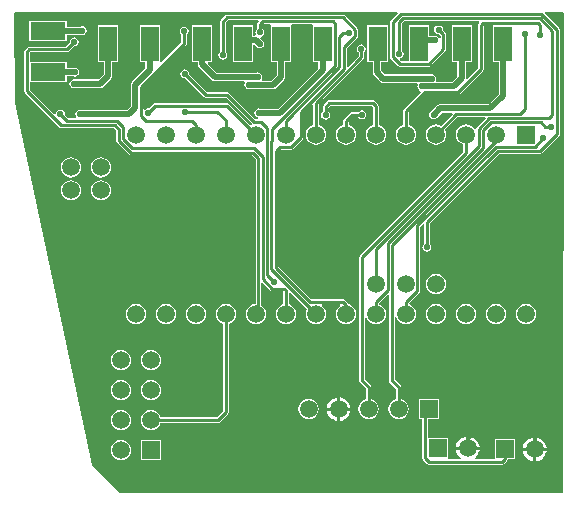
<source format=gbl>
G04 Layer_Physical_Order=2*
G04 Layer_Color=16711680*
%FSLAX25Y25*%
%MOIN*%
G70*
G01*
G75*
%ADD20C,0.01968*%
%ADD21C,0.01000*%
%ADD23C,0.05905*%
%ADD24R,0.05905X0.05905*%
%ADD25R,0.05905X0.05905*%
%ADD26C,0.02165*%
%ADD27R,0.05905X0.11811*%
%ADD28R,0.11811X0.05905*%
G36*
X283857Y499646D02*
X283465Y339961D01*
X283169Y339665D01*
X135630D01*
Y339764D01*
X126378Y349016D01*
X100787Y469587D01*
X100398Y499644D01*
X100750Y500000D01*
X228218D01*
X228425Y499500D01*
X226127Y497202D01*
X225930Y496906D01*
X225860Y496558D01*
Y484941D01*
X225930Y484592D01*
X226127Y484297D01*
X228399Y482025D01*
X228695Y481827D01*
X229043Y481758D01*
X238756D01*
X239105Y481827D01*
X239400Y482025D01*
X244247Y486871D01*
X244444Y487167D01*
X244514Y487516D01*
Y492520D01*
X244444Y492868D01*
X244247Y493164D01*
X243497Y493914D01*
X243533Y494095D01*
X243418Y494670D01*
X243092Y495159D01*
X242604Y495485D01*
X242028Y495600D01*
X241452Y495485D01*
X240963Y495159D01*
X240637Y494670D01*
X240522Y494095D01*
X240637Y493518D01*
X240963Y493030D01*
X241452Y492704D01*
X242028Y492589D01*
X242208Y492625D01*
X242691Y492142D01*
Y491378D01*
X242471Y491304D01*
X242191Y491294D01*
X241911Y491714D01*
X241423Y492040D01*
X240846Y492155D01*
X240342Y492055D01*
X238779D01*
Y495768D01*
X232087D01*
Y483580D01*
X229421D01*
X229049Y483952D01*
X229214Y484494D01*
X229415Y484535D01*
X229903Y484861D01*
X230229Y485349D01*
X230344Y485925D01*
X230229Y486501D01*
X229903Y486990D01*
X229750Y487092D01*
Y496276D01*
X230480Y497006D01*
X255399D01*
X255590Y496544D01*
X255458Y496412D01*
X255260Y496116D01*
X255191Y495768D01*
Y481379D01*
X251596Y477784D01*
X251465Y477806D01*
X251110Y478005D01*
Y483169D01*
X253051D01*
Y495768D01*
X246358D01*
Y483169D01*
X248300D01*
Y478445D01*
X246555Y476700D01*
X241425D01*
X241162Y477111D01*
X241171Y477200D01*
X241281Y477756D01*
X241167Y478332D01*
X240841Y478820D01*
X240352Y479147D01*
X239776Y479261D01*
X239272Y479161D01*
X224204D01*
X222960Y480405D01*
Y483169D01*
X225000D01*
Y495768D01*
X218307D01*
Y483169D01*
X220150D01*
Y479823D01*
X220257Y479285D01*
X220562Y478829D01*
X222629Y476762D01*
X223084Y476458D01*
X223622Y476351D01*
X234811D01*
X235079Y475851D01*
X235027Y475773D01*
X234912Y475197D01*
X235027Y474621D01*
X235353Y474132D01*
X235841Y473806D01*
X235960Y473782D01*
X236125Y473240D01*
X230464Y467580D01*
X230267Y467284D01*
X230197Y466935D01*
Y462401D01*
X229415Y462077D01*
X228716Y461540D01*
X228179Y460841D01*
X227842Y460027D01*
X227727Y459154D01*
X227842Y458280D01*
X228179Y457466D01*
X228716Y456767D01*
X229415Y456230D01*
X230229Y455893D01*
X231102Y455778D01*
X231976Y455893D01*
X232790Y456230D01*
X233489Y456767D01*
X234026Y457466D01*
X234363Y458280D01*
X234478Y459154D01*
X234363Y460027D01*
X234026Y460841D01*
X233489Y461540D01*
X232790Y462077D01*
X232020Y462396D01*
Y466558D01*
X237968Y472506D01*
X248518D01*
X248867Y472576D01*
X249163Y472773D01*
X256747Y480357D01*
X256944Y480653D01*
X257014Y481002D01*
Y495390D01*
X257169Y495545D01*
X260138D01*
Y483169D01*
X262079D01*
Y472629D01*
X258709Y469259D01*
X242717D01*
X242589Y469234D01*
X242461Y469259D01*
X241923Y469152D01*
X241467Y468848D01*
X239718Y467098D01*
X239290Y466812D01*
X238964Y466324D01*
X238849Y465748D01*
X238964Y465172D01*
X239290Y464684D01*
X239778Y464357D01*
X240354Y464243D01*
X240930Y464357D01*
X241419Y464684D01*
X241705Y465111D01*
X243043Y466449D01*
X246462D01*
X246654Y465987D01*
X242757Y462090D01*
X241976Y462414D01*
X241102Y462529D01*
X240229Y462414D01*
X239415Y462077D01*
X238716Y461540D01*
X238179Y460841D01*
X237842Y460027D01*
X237727Y459154D01*
X237842Y458280D01*
X238179Y457466D01*
X238716Y456767D01*
X239415Y456230D01*
X240229Y455893D01*
X241102Y455778D01*
X241976Y455893D01*
X242790Y456230D01*
X243489Y456767D01*
X244025Y457466D01*
X244363Y458280D01*
X244478Y459154D01*
X244363Y460027D01*
X244043Y460799D01*
X248309Y465065D01*
X257510D01*
X257702Y464603D01*
X254671Y461572D01*
X254473Y461276D01*
X254436Y461092D01*
X253925Y460974D01*
X253923Y460975D01*
X253489Y461540D01*
X252790Y462077D01*
X251976Y462414D01*
X251102Y462529D01*
X250229Y462414D01*
X249415Y462077D01*
X248716Y461540D01*
X248179Y460841D01*
X247842Y460027D01*
X247727Y459154D01*
X247842Y458280D01*
X248179Y457466D01*
X248716Y456767D01*
X249415Y456230D01*
X250197Y455906D01*
Y453405D01*
X215891Y419099D01*
X215694Y418803D01*
X215624Y418455D01*
Y377067D01*
X215694Y376718D01*
X215891Y376423D01*
X217770Y374544D01*
Y370863D01*
X216993Y370541D01*
X216295Y370005D01*
X215758Y369306D01*
X215421Y368492D01*
X215306Y367618D01*
X215421Y366745D01*
X215758Y365931D01*
X216295Y365231D01*
X216993Y364695D01*
X217808Y364358D01*
X218681Y364243D01*
X219555Y364358D01*
X220369Y364695D01*
X221068Y365231D01*
X221604Y365931D01*
X221941Y366745D01*
X222057Y367618D01*
X221941Y368492D01*
X221604Y369306D01*
X221068Y370005D01*
X220369Y370541D01*
X219592Y370863D01*
Y374921D01*
X219523Y375270D01*
X219325Y375566D01*
X217447Y377444D01*
Y398085D01*
X217947Y398185D01*
X218179Y397623D01*
X218716Y396924D01*
X219415Y396388D01*
X220229Y396051D01*
X221102Y395936D01*
X221976Y396051D01*
X222790Y396388D01*
X223489Y396924D01*
X224026Y397623D01*
X224363Y398437D01*
X224478Y399311D01*
X224363Y400185D01*
X224026Y400999D01*
X223489Y401698D01*
X222790Y402234D01*
X222185Y402485D01*
X222119Y403015D01*
X225103Y406000D01*
X225565Y405808D01*
Y377067D01*
X225635Y376718D01*
X225832Y376423D01*
X227770Y374485D01*
Y370863D01*
X226993Y370541D01*
X226294Y370005D01*
X225758Y369306D01*
X225421Y368492D01*
X225306Y367618D01*
X225421Y366745D01*
X225758Y365931D01*
X226294Y365231D01*
X226993Y364695D01*
X227808Y364358D01*
X228681Y364243D01*
X229555Y364358D01*
X230369Y364695D01*
X231068Y365231D01*
X231604Y365931D01*
X231942Y366745D01*
X232056Y367618D01*
X231942Y368492D01*
X231604Y369306D01*
X231068Y370005D01*
X230369Y370541D01*
X229592Y370863D01*
Y374862D01*
X229523Y375211D01*
X229326Y375506D01*
X227388Y377444D01*
Y398228D01*
X227888Y398327D01*
X228179Y397623D01*
X228716Y396924D01*
X229415Y396388D01*
X230229Y396051D01*
X231102Y395936D01*
X231976Y396051D01*
X232790Y396388D01*
X233489Y396924D01*
X234026Y397623D01*
X234363Y398437D01*
X234478Y399311D01*
X234363Y400185D01*
X234026Y400999D01*
X233489Y401698D01*
X232790Y402234D01*
X232351Y402416D01*
X232243Y403002D01*
X235479Y406238D01*
X235677Y406533D01*
X235746Y406882D01*
Y407302D01*
X235791Y407369D01*
X235860Y407718D01*
Y428469D01*
X236746Y429355D01*
X237208Y429164D01*
Y422722D01*
X237055Y422619D01*
X236729Y422131D01*
X236614Y421555D01*
X236729Y420979D01*
X237055Y420491D01*
X237543Y420164D01*
X238120Y420050D01*
X238696Y420164D01*
X239184Y420491D01*
X239510Y420979D01*
X239625Y421555D01*
X239510Y422131D01*
X239184Y422619D01*
X239031Y422722D01*
Y429573D01*
X262271Y452813D01*
X275878D01*
X276227Y452883D01*
X276522Y453080D01*
X282239Y458797D01*
X282436Y459092D01*
X282506Y459441D01*
Y494001D01*
X282436Y494350D01*
X282239Y494645D01*
X277384Y499500D01*
X277591Y500000D01*
X283504D01*
X283857Y499646D01*
D02*
G37*
%LPC*%
G36*
X212602Y367118D02*
X209181D01*
Y363697D01*
X209713Y363767D01*
X210675Y364165D01*
X211500Y364799D01*
X212134Y365625D01*
X212532Y366586D01*
X212602Y367118D01*
D02*
G37*
G36*
X198681Y370993D02*
X197808Y370879D01*
X196994Y370541D01*
X196294Y370005D01*
X195758Y369306D01*
X195421Y368492D01*
X195306Y367618D01*
X195421Y366745D01*
X195758Y365931D01*
X196294Y365231D01*
X196994Y364695D01*
X197808Y364358D01*
X198681Y364243D01*
X199555Y364358D01*
X200369Y364695D01*
X201068Y365231D01*
X201604Y365931D01*
X201941Y366745D01*
X202057Y367618D01*
X201941Y368492D01*
X201604Y369306D01*
X201068Y370005D01*
X200369Y370541D01*
X199555Y370879D01*
X198681Y370993D01*
D02*
G37*
G36*
X136063Y367312D02*
X135189Y367197D01*
X134375Y366860D01*
X133676Y366324D01*
X133140Y365625D01*
X132803Y364811D01*
X132688Y363937D01*
X132803Y363063D01*
X133140Y362249D01*
X133676Y361550D01*
X134375Y361014D01*
X135189Y360677D01*
X136063Y360562D01*
X136937Y360677D01*
X137751Y361014D01*
X138450Y361550D01*
X138986Y362249D01*
X139323Y363063D01*
X139438Y363937D01*
X139323Y364811D01*
X138986Y365625D01*
X138450Y366324D01*
X137751Y366860D01*
X136937Y367197D01*
X136063Y367312D01*
D02*
G37*
G36*
X208181Y367118D02*
X204760D01*
X204830Y366586D01*
X205228Y365625D01*
X205862Y364799D01*
X206688Y364165D01*
X207649Y363767D01*
X208181Y363697D01*
Y367118D01*
D02*
G37*
G36*
X171102Y402686D02*
X170229Y402571D01*
X169415Y402234D01*
X168716Y401698D01*
X168179Y400999D01*
X167842Y400185D01*
X167727Y399311D01*
X167842Y398437D01*
X168179Y397623D01*
X168716Y396924D01*
X169415Y396388D01*
X170197Y396064D01*
Y367057D01*
X167989Y364848D01*
X149308D01*
X148986Y365625D01*
X148450Y366324D01*
X147751Y366860D01*
X146937Y367197D01*
X146063Y367312D01*
X145189Y367197D01*
X144375Y366860D01*
X143676Y366324D01*
X143140Y365625D01*
X142803Y364811D01*
X142688Y363937D01*
X142803Y363063D01*
X143140Y362249D01*
X143676Y361550D01*
X144375Y361014D01*
X145189Y360677D01*
X146063Y360562D01*
X146937Y360677D01*
X147751Y361014D01*
X148450Y361550D01*
X148986Y362249D01*
X149308Y363026D01*
X168366D01*
X168715Y363095D01*
X169010Y363293D01*
X171753Y366035D01*
X171950Y366331D01*
X172020Y366680D01*
Y396069D01*
X172790Y396388D01*
X173489Y396924D01*
X174025Y397623D01*
X174363Y398437D01*
X174478Y399311D01*
X174363Y400185D01*
X174025Y400999D01*
X173489Y401698D01*
X172790Y402234D01*
X171976Y402571D01*
X171102Y402686D01*
D02*
G37*
G36*
X136063Y377312D02*
X135189Y377197D01*
X134375Y376860D01*
X133676Y376324D01*
X133140Y375625D01*
X132803Y374811D01*
X132688Y373937D01*
X132803Y373063D01*
X133140Y372249D01*
X133676Y371550D01*
X134375Y371014D01*
X135189Y370677D01*
X136063Y370562D01*
X136937Y370677D01*
X137751Y371014D01*
X138450Y371550D01*
X138986Y372249D01*
X139323Y373063D01*
X139438Y373937D01*
X139323Y374811D01*
X138986Y375625D01*
X138450Y376324D01*
X137751Y376860D01*
X136937Y377197D01*
X136063Y377312D01*
D02*
G37*
G36*
X146063D02*
X145189Y377197D01*
X144375Y376860D01*
X143676Y376324D01*
X143140Y375625D01*
X142803Y374811D01*
X142688Y373937D01*
X142803Y373063D01*
X143140Y372249D01*
X143676Y371550D01*
X144375Y371014D01*
X145189Y370677D01*
X146063Y370562D01*
X146937Y370677D01*
X147751Y371014D01*
X148450Y371550D01*
X148986Y372249D01*
X149323Y373063D01*
X149438Y373937D01*
X149323Y374811D01*
X148986Y375625D01*
X148450Y376324D01*
X147751Y376860D01*
X146937Y377197D01*
X146063Y377312D01*
D02*
G37*
G36*
X208181Y371539D02*
X207649Y371469D01*
X206688Y371071D01*
X205862Y370437D01*
X205228Y369612D01*
X204830Y368650D01*
X204760Y368118D01*
X208181D01*
Y371539D01*
D02*
G37*
G36*
X209181D02*
Y368118D01*
X212602D01*
X212532Y368650D01*
X212134Y369612D01*
X211500Y370437D01*
X210675Y371071D01*
X209713Y371469D01*
X209181Y371539D01*
D02*
G37*
G36*
X278015Y353732D02*
X274594D01*
Y350311D01*
X275126Y350381D01*
X276088Y350780D01*
X276913Y351413D01*
X277547Y352239D01*
X277945Y353200D01*
X278015Y353732D01*
D02*
G37*
G36*
X136063Y357312D02*
X135189Y357197D01*
X134375Y356860D01*
X133676Y356324D01*
X133140Y355625D01*
X132803Y354811D01*
X132688Y353937D01*
X132803Y353063D01*
X133140Y352249D01*
X133676Y351550D01*
X134375Y351014D01*
X135189Y350677D01*
X136063Y350562D01*
X136937Y350677D01*
X137751Y351014D01*
X138450Y351550D01*
X138986Y352249D01*
X139323Y353063D01*
X139438Y353937D01*
X139323Y354811D01*
X138986Y355625D01*
X138450Y356324D01*
X137751Y356860D01*
X136937Y357197D01*
X136063Y357312D01*
D02*
G37*
G36*
X242028Y370965D02*
X235335D01*
Y364272D01*
X236589D01*
Y351181D01*
X236658Y350832D01*
X236856Y350537D01*
X238037Y349356D01*
X238332Y349158D01*
X238681Y349089D01*
X263090D01*
X263439Y349158D01*
X263735Y349356D01*
X264739Y350360D01*
X264936Y350655D01*
X264982Y350886D01*
X267441D01*
Y357579D01*
X260748D01*
Y350911D01*
X254353D01*
X254184Y351411D01*
X254571Y351709D01*
X255205Y352534D01*
X255603Y353496D01*
X255673Y354028D01*
X247831D01*
X247901Y353496D01*
X248299Y352534D01*
X248933Y351709D01*
X249320Y351411D01*
X249150Y350911D01*
X245487D01*
X245098Y351181D01*
Y357874D01*
X238411D01*
Y364272D01*
X242028D01*
Y370965D01*
D02*
G37*
G36*
X273594Y353732D02*
X270173D01*
X270243Y353200D01*
X270642Y352239D01*
X271275Y351413D01*
X272101Y350780D01*
X273062Y350381D01*
X273594Y350311D01*
Y353732D01*
D02*
G37*
G36*
X149409Y357283D02*
X142717D01*
Y350590D01*
X149409D01*
Y357283D01*
D02*
G37*
G36*
X251252Y358449D02*
X250720Y358379D01*
X249759Y357980D01*
X248933Y357347D01*
X248299Y356521D01*
X247901Y355559D01*
X247831Y355028D01*
X251252D01*
Y358449D01*
D02*
G37*
G36*
X252252D02*
Y355028D01*
X255673D01*
X255603Y355559D01*
X255205Y356521D01*
X254571Y357347D01*
X253745Y357980D01*
X252784Y358379D01*
X252252Y358449D01*
D02*
G37*
G36*
X273594Y358153D02*
X273062Y358083D01*
X272101Y357685D01*
X271275Y357051D01*
X270642Y356226D01*
X270243Y355264D01*
X270173Y354732D01*
X273594D01*
Y358153D01*
D02*
G37*
G36*
X274594D02*
Y354732D01*
X278015D01*
X277945Y355264D01*
X277547Y356226D01*
X276913Y357051D01*
X276088Y357685D01*
X275126Y358083D01*
X274594Y358153D01*
D02*
G37*
G36*
X136063Y387312D02*
X135189Y387197D01*
X134375Y386860D01*
X133676Y386324D01*
X133140Y385625D01*
X132803Y384811D01*
X132688Y383937D01*
X132803Y383063D01*
X133140Y382249D01*
X133676Y381550D01*
X134375Y381014D01*
X135189Y380677D01*
X136063Y380562D01*
X136937Y380677D01*
X137751Y381014D01*
X138450Y381550D01*
X138986Y382249D01*
X139323Y383063D01*
X139438Y383937D01*
X139323Y384811D01*
X138986Y385625D01*
X138450Y386324D01*
X137751Y386860D01*
X136937Y387197D01*
X136063Y387312D01*
D02*
G37*
G36*
X119410Y451558D02*
X118536Y451443D01*
X117722Y451106D01*
X117023Y450570D01*
X116487Y449871D01*
X116149Y449057D01*
X116034Y448183D01*
X116149Y447309D01*
X116487Y446495D01*
X117023Y445796D01*
X117722Y445260D01*
X118536Y444923D01*
X119410Y444808D01*
X120283Y444923D01*
X121097Y445260D01*
X121796Y445796D01*
X122333Y446495D01*
X122670Y447309D01*
X122785Y448183D01*
X122670Y449057D01*
X122333Y449871D01*
X121796Y450570D01*
X121097Y451106D01*
X120283Y451443D01*
X119410Y451558D01*
D02*
G37*
G36*
X129410D02*
X128536Y451443D01*
X127722Y451106D01*
X127023Y450570D01*
X126487Y449871D01*
X126149Y449057D01*
X126034Y448183D01*
X126149Y447309D01*
X126487Y446495D01*
X127023Y445796D01*
X127722Y445260D01*
X128536Y444923D01*
X129410Y444808D01*
X130283Y444923D01*
X131097Y445260D01*
X131796Y445796D01*
X132333Y446495D01*
X132670Y447309D01*
X132785Y448183D01*
X132670Y449057D01*
X132333Y449871D01*
X131796Y450570D01*
X131097Y451106D01*
X130283Y451443D01*
X129410Y451558D01*
D02*
G37*
G36*
X119410Y443926D02*
X118536Y443812D01*
X117722Y443474D01*
X117023Y442938D01*
X116487Y442239D01*
X116149Y441425D01*
X116034Y440551D01*
X116149Y439678D01*
X116487Y438864D01*
X117023Y438165D01*
X117722Y437628D01*
X118536Y437291D01*
X119410Y437176D01*
X120283Y437291D01*
X121097Y437628D01*
X121796Y438165D01*
X122333Y438864D01*
X122670Y439678D01*
X122785Y440551D01*
X122670Y441425D01*
X122333Y442239D01*
X121796Y442938D01*
X121097Y443474D01*
X120283Y443812D01*
X119410Y443926D01*
D02*
G37*
G36*
X129410D02*
X128536Y443812D01*
X127722Y443474D01*
X127023Y442938D01*
X126487Y442239D01*
X126149Y441425D01*
X126034Y440551D01*
X126149Y439678D01*
X126487Y438864D01*
X127023Y438165D01*
X127722Y437628D01*
X128536Y437291D01*
X129410Y437176D01*
X130283Y437291D01*
X131097Y437628D01*
X131796Y438165D01*
X132333Y438864D01*
X132670Y439678D01*
X132785Y440551D01*
X132670Y441425D01*
X132333Y442239D01*
X131796Y442938D01*
X131097Y443474D01*
X130283Y443812D01*
X129410Y443926D01*
D02*
G37*
G36*
X219980Y470596D02*
X205610D01*
X205261Y470527D01*
X204966Y470329D01*
X203686Y469050D01*
X203489Y468754D01*
X203419Y468405D01*
Y466816D01*
X203266Y466714D01*
X202940Y466226D01*
X202825Y465650D01*
X202940Y465074D01*
X203266Y464585D01*
X203755Y464259D01*
X204331Y464144D01*
X204907Y464259D01*
X205395Y464585D01*
X205721Y465074D01*
X205836Y465650D01*
X205721Y466226D01*
X205395Y466714D01*
X205242Y466816D01*
Y468028D01*
X205988Y468774D01*
X219603D01*
X220197Y468179D01*
Y462401D01*
X219415Y462077D01*
X218716Y461540D01*
X218179Y460841D01*
X217842Y460027D01*
X217727Y459154D01*
X217842Y458280D01*
X218179Y457466D01*
X218716Y456767D01*
X219415Y456230D01*
X220229Y455893D01*
X221102Y455778D01*
X221976Y455893D01*
X222790Y456230D01*
X223489Y456767D01*
X224026Y457466D01*
X224363Y458280D01*
X224478Y459154D01*
X224363Y460027D01*
X224026Y460841D01*
X223489Y461540D01*
X222790Y462077D01*
X222020Y462396D01*
Y468557D01*
X221951Y468905D01*
X221753Y469201D01*
X220625Y470329D01*
X220329Y470527D01*
X219980Y470596D01*
D02*
G37*
G36*
X135236Y495768D02*
X128543D01*
Y483169D01*
X130485D01*
Y479322D01*
X128650Y477488D01*
X120977D01*
X120472Y477588D01*
X119896Y477473D01*
X119408Y477147D01*
X119082Y476659D01*
X118967Y476083D01*
X119082Y475507D01*
X119408Y475018D01*
X119896Y474692D01*
X120472Y474577D01*
X120977Y474678D01*
X129232D01*
X129770Y474785D01*
X130226Y475089D01*
X132883Y477747D01*
X133188Y478202D01*
X133295Y478740D01*
Y483169D01*
X135236D01*
Y495768D01*
D02*
G37*
G36*
X118110Y497047D02*
X105512D01*
Y490354D01*
X118110D01*
Y492296D01*
X123130D01*
X123174Y492305D01*
X123228Y492294D01*
X123804Y492409D01*
X124293Y492735D01*
X124619Y493223D01*
X124734Y493799D01*
X124619Y494375D01*
X124293Y494864D01*
X123804Y495190D01*
X123228Y495304D01*
X122652Y495190D01*
X122526Y495106D01*
X118110D01*
Y497047D01*
D02*
G37*
G36*
X216437Y467253D02*
X215861Y467139D01*
X215373Y466812D01*
X215270Y466659D01*
X213189D01*
X212840Y466590D01*
X212545Y466392D01*
X210464Y464312D01*
X210267Y464016D01*
X210197Y463668D01*
Y462401D01*
X209415Y462077D01*
X208716Y461540D01*
X208179Y460841D01*
X207842Y460027D01*
X207727Y459154D01*
X207842Y458280D01*
X208179Y457466D01*
X208716Y456767D01*
X209415Y456230D01*
X210229Y455893D01*
X211102Y455778D01*
X211976Y455893D01*
X212790Y456230D01*
X213489Y456767D01*
X214025Y457466D01*
X214363Y458280D01*
X214478Y459154D01*
X214363Y460027D01*
X214025Y460841D01*
X213489Y461540D01*
X212790Y462077D01*
X212020Y462396D01*
Y463290D01*
X213566Y464837D01*
X215270D01*
X215373Y464684D01*
X215861Y464357D01*
X216437Y464243D01*
X217013Y464357D01*
X217501Y464684D01*
X217828Y465172D01*
X217942Y465748D01*
X217828Y466324D01*
X217501Y466812D01*
X217013Y467139D01*
X216437Y467253D01*
D02*
G37*
G36*
X210138Y499140D02*
X171555D01*
X171206Y499070D01*
X170911Y498873D01*
X169434Y497396D01*
X169237Y497101D01*
X169167Y496752D01*
Y486797D01*
X169014Y486694D01*
X168688Y486206D01*
X168573Y485630D01*
X168688Y485054D01*
X169014Y484565D01*
X169503Y484239D01*
X170079Y484125D01*
X170655Y484239D01*
X171143Y484565D01*
X171469Y485054D01*
X171584Y485630D01*
X171469Y486206D01*
X171143Y486694D01*
X170990Y486797D01*
Y496375D01*
X171933Y497317D01*
X181891D01*
X182082Y496855D01*
X181738Y496511D01*
X181540Y496215D01*
X181471Y495866D01*
Y494375D01*
X181317Y494273D01*
X180991Y493785D01*
X180877Y493209D01*
X180991Y492633D01*
X180710Y492153D01*
X180217D01*
Y495768D01*
X173524D01*
Y483169D01*
X180217D01*
Y488841D01*
X180717Y489048D01*
X181032Y488733D01*
X181317Y488306D01*
X181806Y487979D01*
X182382Y487865D01*
X182958Y487979D01*
X183446Y488306D01*
X183773Y488794D01*
X183887Y489370D01*
X183773Y489946D01*
X183446Y490435D01*
X183019Y490720D01*
X182518Y491221D01*
X182683Y491763D01*
X182958Y491818D01*
X183446Y492144D01*
X183773Y492633D01*
X183887Y493209D01*
X183773Y493785D01*
X183446Y494273D01*
X183293Y494375D01*
Y495489D01*
X183728Y495923D01*
X185785D01*
X186221Y495768D01*
X186221Y495423D01*
Y483169D01*
X188162D01*
Y479027D01*
X186278Y477143D01*
X183266D01*
X182999Y477643D01*
X183084Y477770D01*
X183198Y478346D01*
X183084Y478923D01*
X182757Y479411D01*
X182269Y479737D01*
X181693Y479852D01*
X181188Y479751D01*
X168003D01*
X165047Y482707D01*
X165239Y483169D01*
X166437D01*
Y495768D01*
X159744D01*
Y483169D01*
X161686D01*
Y482677D01*
X161793Y482139D01*
X162097Y481684D01*
X166428Y477353D01*
X166884Y477048D01*
X167421Y476941D01*
X177216D01*
X177484Y476441D01*
X177399Y476314D01*
X177284Y475738D01*
X177399Y475162D01*
X177725Y474674D01*
X178213Y474347D01*
X178789Y474233D01*
X179294Y474333D01*
X186860D01*
X187398Y474440D01*
X187854Y474745D01*
X190560Y477451D01*
X190865Y477907D01*
X190972Y478445D01*
Y483169D01*
X192913D01*
Y495423D01*
X192913Y495768D01*
X193349Y495923D01*
X199565D01*
X200000Y495768D01*
Y483169D01*
X201941D01*
Y481100D01*
X188585Y467743D01*
X182591D01*
X182087Y467844D01*
X181511Y467729D01*
X181022Y467403D01*
X180696Y466915D01*
X180581Y466339D01*
X180696Y465763D01*
X181022Y465274D01*
X181511Y464948D01*
X181814Y464888D01*
X181764Y464388D01*
X180799D01*
X172199Y472987D01*
X171904Y473184D01*
X171555Y473254D01*
X164748D01*
X158851Y479150D01*
X158887Y479331D01*
X158773Y479907D01*
X158446Y480395D01*
X157958Y480721D01*
X157382Y480836D01*
X156806Y480721D01*
X156317Y480395D01*
X155991Y479907D01*
X155877Y479331D01*
X155991Y478755D01*
X156317Y478266D01*
X156806Y477940D01*
X157382Y477825D01*
X157563Y477861D01*
X163726Y471698D01*
X164021Y471501D01*
X164370Y471431D01*
X171178D01*
X179687Y462922D01*
X179647Y462528D01*
X179580Y462372D01*
X179287Y462264D01*
X172206Y469345D01*
X171910Y469543D01*
X171561Y469612D01*
X147441D01*
X147092Y469543D01*
X146797Y469345D01*
X145259Y467808D01*
X145079Y467844D01*
X144503Y467729D01*
X144128Y467479D01*
X143735Y467618D01*
X143628Y467700D01*
Y474623D01*
X157829Y488824D01*
X158027Y489120D01*
X158096Y489468D01*
Y492436D01*
X158249Y492538D01*
X158576Y493026D01*
X158690Y493602D01*
X158576Y494178D01*
X158249Y494667D01*
X157761Y494993D01*
X157185Y495108D01*
X156609Y494993D01*
X156121Y494667D01*
X155794Y494178D01*
X155680Y493602D01*
X155794Y493026D01*
X156121Y492538D01*
X156274Y492436D01*
Y489846D01*
X149519Y483091D01*
X149428Y483084D01*
X149016Y483414D01*
X149016Y483617D01*
Y495768D01*
X142323D01*
Y483169D01*
X144264D01*
Y481192D01*
X139755Y476682D01*
X139450Y476227D01*
X139343Y475689D01*
Y468603D01*
X138090Y467350D01*
X122945D01*
X122441Y467450D01*
X121865Y467336D01*
X121377Y467009D01*
X121050Y466521D01*
X120936Y465945D01*
X121050Y465369D01*
X121235Y465092D01*
X120976Y464592D01*
X118586D01*
X117414Y465764D01*
X117450Y465945D01*
X117336Y466521D01*
X117009Y467009D01*
X116521Y467336D01*
X115945Y467450D01*
X115369Y467336D01*
X114881Y467009D01*
X114554Y466521D01*
X114465Y466074D01*
X114101Y465897D01*
X113955Y465877D01*
X105734Y474098D01*
Y476575D01*
X118110D01*
Y478516D01*
X120165D01*
X120669Y478416D01*
X121245Y478531D01*
X121734Y478857D01*
X122060Y479345D01*
X122175Y479921D01*
X122060Y480497D01*
X121734Y480986D01*
X121245Y481312D01*
X120669Y481427D01*
X120165Y481326D01*
X118110D01*
Y483268D01*
X105734D01*
Y486434D01*
X105889Y486589D01*
X118012D01*
X118360Y486658D01*
X118656Y486856D01*
X120390Y488590D01*
X120571Y488554D01*
X121147Y488668D01*
X121635Y488995D01*
X121962Y489483D01*
X122076Y490059D01*
X121962Y490635D01*
X121635Y491123D01*
X121147Y491450D01*
X120571Y491564D01*
X119995Y491450D01*
X119507Y491123D01*
X119180Y490635D01*
X119066Y490059D01*
X119102Y489878D01*
X117634Y488411D01*
X105512D01*
X105163Y488342D01*
X104867Y488144D01*
X104179Y487455D01*
X103981Y487160D01*
X103912Y486811D01*
Y473721D01*
X103981Y473372D01*
X104179Y473076D01*
X115612Y461643D01*
X115907Y461446D01*
X116256Y461376D01*
X133669D01*
X134605Y460440D01*
Y457001D01*
X134674Y456653D01*
X134871Y456357D01*
X138723Y452505D01*
X139019Y452308D01*
X139368Y452238D01*
X179642D01*
X180979Y450902D01*
Y402670D01*
X180229Y402571D01*
X179415Y402234D01*
X178716Y401698D01*
X178179Y400999D01*
X177842Y400185D01*
X177727Y399311D01*
X177842Y398437D01*
X178179Y397623D01*
X178716Y396924D01*
X179415Y396388D01*
X180229Y396051D01*
X181102Y395936D01*
X181976Y396051D01*
X182790Y396388D01*
X183489Y396924D01*
X184026Y397623D01*
X184363Y398437D01*
X184478Y399311D01*
X184363Y400185D01*
X184026Y400999D01*
X183489Y401698D01*
X182801Y402226D01*
Y409647D01*
X183263Y409838D01*
X185970Y407131D01*
X186266Y406934D01*
X186614Y406864D01*
X190174D01*
X190197Y406841D01*
Y402558D01*
X189415Y402234D01*
X188716Y401698D01*
X188179Y400999D01*
X187842Y400185D01*
X187727Y399311D01*
X187842Y398437D01*
X188179Y397623D01*
X188716Y396924D01*
X189415Y396388D01*
X190229Y396051D01*
X191102Y395936D01*
X191976Y396051D01*
X192790Y396388D01*
X193489Y396924D01*
X194026Y397623D01*
X194363Y398437D01*
X194478Y399311D01*
X194363Y400185D01*
X194026Y400999D01*
X193489Y401698D01*
X192790Y402234D01*
X192020Y402553D01*
Y406458D01*
X192482Y406649D01*
X198166Y400965D01*
X197842Y400185D01*
X197727Y399311D01*
X197842Y398437D01*
X198179Y397623D01*
X198716Y396924D01*
X199415Y396388D01*
X200229Y396051D01*
X201102Y395936D01*
X201976Y396051D01*
X202790Y396388D01*
X203489Y396924D01*
X204026Y397623D01*
X204363Y398437D01*
X204478Y399311D01*
X204363Y400185D01*
X204026Y400999D01*
X203489Y401698D01*
X203051Y402034D01*
X203221Y402534D01*
X208984D01*
X209153Y402034D01*
X208716Y401698D01*
X208179Y400999D01*
X207842Y400185D01*
X207727Y399311D01*
X207842Y398437D01*
X208179Y397623D01*
X208716Y396924D01*
X209415Y396388D01*
X210229Y396051D01*
X211102Y395936D01*
X211976Y396051D01*
X212790Y396388D01*
X213489Y396924D01*
X214025Y397623D01*
X214363Y398437D01*
X214478Y399311D01*
X214363Y400185D01*
X214025Y400999D01*
X213489Y401698D01*
X212790Y402234D01*
X212001Y402561D01*
X211950Y402814D01*
X211753Y403109D01*
X210773Y404089D01*
X210477Y404287D01*
X210129Y404356D01*
X199393D01*
X188608Y415141D01*
Y453363D01*
X189354Y454108D01*
X192815D01*
X193164Y454178D01*
X193459Y454375D01*
X196707Y457623D01*
X196905Y457919D01*
X196974Y458268D01*
Y466259D01*
X199735Y469020D01*
X200197Y468829D01*
Y462401D01*
X199415Y462077D01*
X198716Y461540D01*
X198179Y460841D01*
X197842Y460027D01*
X197727Y459154D01*
X197842Y458280D01*
X198179Y457466D01*
X198716Y456767D01*
X199415Y456230D01*
X200229Y455893D01*
X201102Y455778D01*
X201976Y455893D01*
X202790Y456230D01*
X203489Y456767D01*
X204026Y457466D01*
X204363Y458280D01*
X204478Y459154D01*
X204363Y460027D01*
X204026Y460841D01*
X203489Y461540D01*
X202790Y462077D01*
X202020Y462396D01*
Y469334D01*
X216884Y484198D01*
X217082Y484494D01*
X217151Y484842D01*
Y486530D01*
X217305Y486632D01*
X217631Y487121D01*
X217745Y487697D01*
X217631Y488273D01*
X217305Y488761D01*
X216816Y489088D01*
X216240Y489202D01*
X215664Y489088D01*
X215176Y488761D01*
X214849Y488273D01*
X214735Y487697D01*
X214849Y487121D01*
X215176Y486632D01*
X215329Y486530D01*
Y485220D01*
X211806Y481697D01*
X211344Y481889D01*
Y487812D01*
X214924Y491391D01*
X215121Y491687D01*
X215191Y492035D01*
Y494087D01*
X215121Y494435D01*
X214924Y494731D01*
X210782Y498873D01*
X210487Y499070D01*
X210138Y499140D01*
D02*
G37*
G36*
X151102Y402686D02*
X150229Y402571D01*
X149415Y402234D01*
X148716Y401698D01*
X148179Y400999D01*
X147842Y400185D01*
X147727Y399311D01*
X147842Y398437D01*
X148179Y397623D01*
X148716Y396924D01*
X149415Y396388D01*
X150229Y396051D01*
X151102Y395936D01*
X151976Y396051D01*
X152790Y396388D01*
X153489Y396924D01*
X154025Y397623D01*
X154363Y398437D01*
X154478Y399311D01*
X154363Y400185D01*
X154025Y400999D01*
X153489Y401698D01*
X152790Y402234D01*
X151976Y402571D01*
X151102Y402686D01*
D02*
G37*
G36*
X161102D02*
X160229Y402571D01*
X159415Y402234D01*
X158716Y401698D01*
X158179Y400999D01*
X157842Y400185D01*
X157727Y399311D01*
X157842Y398437D01*
X158179Y397623D01*
X158716Y396924D01*
X159415Y396388D01*
X160229Y396051D01*
X161102Y395936D01*
X161976Y396051D01*
X162790Y396388D01*
X163489Y396924D01*
X164025Y397623D01*
X164363Y398437D01*
X164478Y399311D01*
X164363Y400185D01*
X164025Y400999D01*
X163489Y401698D01*
X162790Y402234D01*
X161976Y402571D01*
X161102Y402686D01*
D02*
G37*
G36*
X146063Y387312D02*
X145189Y387197D01*
X144375Y386860D01*
X143676Y386324D01*
X143140Y385625D01*
X142803Y384811D01*
X142688Y383937D01*
X142803Y383063D01*
X143140Y382249D01*
X143676Y381550D01*
X144375Y381014D01*
X145189Y380677D01*
X146063Y380562D01*
X146937Y380677D01*
X147751Y381014D01*
X148450Y381550D01*
X148986Y382249D01*
X149323Y383063D01*
X149438Y383937D01*
X149323Y384811D01*
X148986Y385625D01*
X148450Y386324D01*
X147751Y386860D01*
X146937Y387197D01*
X146063Y387312D01*
D02*
G37*
G36*
X141102Y402686D02*
X140229Y402571D01*
X139415Y402234D01*
X138716Y401698D01*
X138179Y400999D01*
X137842Y400185D01*
X137727Y399311D01*
X137842Y398437D01*
X138179Y397623D01*
X138716Y396924D01*
X139415Y396388D01*
X140229Y396051D01*
X141102Y395936D01*
X141976Y396051D01*
X142790Y396388D01*
X143489Y396924D01*
X144026Y397623D01*
X144363Y398437D01*
X144478Y399311D01*
X144363Y400185D01*
X144026Y400999D01*
X143489Y401698D01*
X142790Y402234D01*
X141976Y402571D01*
X141102Y402686D01*
D02*
G37*
G36*
X241102D02*
X240229Y402571D01*
X239415Y402234D01*
X238716Y401698D01*
X238179Y400999D01*
X237842Y400185D01*
X237727Y399311D01*
X237842Y398437D01*
X238179Y397623D01*
X238716Y396924D01*
X239415Y396388D01*
X240229Y396051D01*
X241102Y395936D01*
X241976Y396051D01*
X242790Y396388D01*
X243489Y396924D01*
X244025Y397623D01*
X244363Y398437D01*
X244478Y399311D01*
X244363Y400185D01*
X244025Y400999D01*
X243489Y401698D01*
X242790Y402234D01*
X241976Y402571D01*
X241102Y402686D01*
D02*
G37*
G36*
X271102D02*
X270229Y402571D01*
X269415Y402234D01*
X268716Y401698D01*
X268179Y400999D01*
X267842Y400185D01*
X267727Y399311D01*
X267842Y398437D01*
X268179Y397623D01*
X268716Y396924D01*
X269415Y396388D01*
X270229Y396051D01*
X271102Y395936D01*
X271976Y396051D01*
X272790Y396388D01*
X273489Y396924D01*
X274026Y397623D01*
X274363Y398437D01*
X274478Y399311D01*
X274363Y400185D01*
X274026Y400999D01*
X273489Y401698D01*
X272790Y402234D01*
X271976Y402571D01*
X271102Y402686D01*
D02*
G37*
G36*
X241102Y412686D02*
X240229Y412571D01*
X239415Y412234D01*
X238716Y411698D01*
X238179Y410999D01*
X237842Y410185D01*
X237727Y409311D01*
X237842Y408437D01*
X238179Y407623D01*
X238716Y406924D01*
X239415Y406388D01*
X240229Y406051D01*
X241102Y405936D01*
X241976Y406051D01*
X242790Y406388D01*
X243489Y406924D01*
X244025Y407623D01*
X244363Y408437D01*
X244478Y409311D01*
X244363Y410185D01*
X244025Y410999D01*
X243489Y411698D01*
X242790Y412234D01*
X241976Y412571D01*
X241102Y412686D01*
D02*
G37*
G36*
X251102Y402686D02*
X250229Y402571D01*
X249415Y402234D01*
X248716Y401698D01*
X248179Y400999D01*
X247842Y400185D01*
X247727Y399311D01*
X247842Y398437D01*
X248179Y397623D01*
X248716Y396924D01*
X249415Y396388D01*
X250229Y396051D01*
X251102Y395936D01*
X251976Y396051D01*
X252790Y396388D01*
X253489Y396924D01*
X254026Y397623D01*
X254363Y398437D01*
X254478Y399311D01*
X254363Y400185D01*
X254026Y400999D01*
X253489Y401698D01*
X252790Y402234D01*
X251976Y402571D01*
X251102Y402686D01*
D02*
G37*
G36*
X261102D02*
X260229Y402571D01*
X259415Y402234D01*
X258716Y401698D01*
X258179Y400999D01*
X257842Y400185D01*
X257727Y399311D01*
X257842Y398437D01*
X258179Y397623D01*
X258716Y396924D01*
X259415Y396388D01*
X260229Y396051D01*
X261102Y395936D01*
X261976Y396051D01*
X262790Y396388D01*
X263489Y396924D01*
X264025Y397623D01*
X264363Y398437D01*
X264478Y399311D01*
X264363Y400185D01*
X264025Y400999D01*
X263489Y401698D01*
X262790Y402234D01*
X261976Y402571D01*
X261102Y402686D01*
D02*
G37*
%LPD*%
D20*
X163091Y482677D02*
X167421Y478346D01*
X181693D01*
X236417Y475197D02*
X236516Y475295D01*
X223622Y477756D02*
X239776D01*
X247137Y475295D02*
X249705Y477864D01*
X221555Y479823D02*
X223622Y477756D01*
X236516Y475295D02*
X247137D01*
X240354Y465748D02*
X242461Y467854D01*
X242717D02*
X259291D01*
X189167Y466339D02*
X203346Y480518D01*
X182087Y466339D02*
X189167D01*
X263484Y472047D02*
Y489468D01*
X259291Y467854D02*
X263484Y472047D01*
X249705Y477864D02*
Y489468D01*
X203346Y480518D02*
Y489468D01*
X176870Y490748D02*
X181004D01*
X182382Y489370D01*
X138672Y465945D02*
X140748Y468021D01*
X122441Y465945D02*
X138672D01*
X140748Y468021D02*
Y475689D01*
X145669Y480610D01*
Y489468D01*
X221555Y479823D02*
Y490354D01*
X234842Y490650D02*
X240846D01*
X189567Y478445D02*
Y489468D01*
X163091Y482677D02*
Y489468D01*
X131890Y478740D02*
Y489468D01*
X120472Y476083D02*
X129232D01*
X131890Y478740D01*
X178789Y475738D02*
X186860D01*
X189567Y478445D01*
X111811Y479921D02*
X120669D01*
X111811Y493701D02*
X123130D01*
D21*
X237591Y473417D02*
X248518D01*
X231109Y466935D02*
X237591Y473417D01*
X248518D02*
X256102Y481002D01*
X242461Y467854D02*
X242717D01*
X171555Y472342D02*
X180421Y463476D01*
X182783D01*
X184843Y461417D01*
X186343Y460858D02*
X207480Y481996D01*
X191109Y463653D02*
X208957Y481501D01*
X196063Y466636D02*
X210433Y481006D01*
X201109Y469711D02*
X216240Y484842D01*
X207480Y481996D02*
Y496063D01*
X208957Y481501D02*
Y491732D01*
X210433Y481006D02*
Y488189D01*
X216240Y484842D02*
Y487697D01*
X134941Y463681D02*
X136909Y461713D01*
X118209Y463681D02*
X134941D01*
X134046Y462287D02*
X135516Y460818D01*
X116256Y462287D02*
X134046D01*
X115945Y465945D02*
X118209Y463681D01*
X104823Y473721D02*
X116256Y462287D01*
X221109Y399311D02*
Y403294D01*
X211109Y459154D02*
Y463668D01*
X221109Y459154D02*
Y468557D01*
X201109Y459154D02*
Y469711D01*
X191109Y459154D02*
Y463653D01*
X221109Y409311D02*
Y421010D01*
X171109Y459154D02*
Y463832D01*
X171561Y468701D02*
X181109Y459154D01*
X161109D02*
Y462317D01*
X211109Y399311D02*
Y402465D01*
X191109Y399311D02*
Y407218D01*
X171109Y366680D02*
Y399311D01*
X249705Y489468D02*
Y490748D01*
X263484Y489468D02*
Y490748D01*
X189567Y489468D02*
Y490748D01*
X203346Y489468D02*
Y490748D01*
X163091Y489468D02*
Y490748D01*
X131890Y489468D02*
Y490748D01*
X145669Y489468D02*
Y490748D01*
X216535Y377067D02*
X218681Y374921D01*
Y367618D02*
Y374921D01*
X226476Y377067D02*
X228681Y374862D01*
Y367618D02*
Y374862D01*
X263090Y350000D02*
X264094Y351004D01*
Y354232D01*
X237500Y351181D02*
Y366437D01*
Y351181D02*
X238681Y350000D01*
X263090D01*
X146063Y363937D02*
X168366D01*
X171109Y366680D01*
X251752Y354528D02*
Y358051D01*
X274094Y354232D02*
Y357894D01*
X251752Y358051D02*
X252658Y358957D01*
X273031D01*
X274094Y357894D01*
X221109Y403294D02*
X225083Y407268D01*
X219980Y469685D02*
X221109Y468557D01*
X211109Y463668D02*
X213189Y465748D01*
X216437D01*
X275886Y492323D02*
Y495768D01*
X204331Y465650D02*
Y468405D01*
X205610Y469685D01*
X219980D01*
X157480Y466634D02*
X168307D01*
X171109Y463832D01*
X157382Y479331D02*
X164370Y472342D01*
X171555D01*
X123130Y493701D02*
X123228Y493799D01*
X118012Y487500D02*
X120571Y490059D01*
X170079Y485630D02*
Y496752D01*
X182382Y493209D02*
Y495866D01*
X170079Y496752D02*
X171555Y498228D01*
X182382Y495866D02*
X183350Y496835D01*
X228839Y485925D02*
Y496654D01*
X256102Y495768D02*
X256791Y496457D01*
X275197D01*
X275886Y495768D01*
X229525Y499311D02*
X276285D01*
X228839Y496654D02*
X230102Y497917D01*
X275707D01*
X237500Y366437D02*
X238681Y367618D01*
X210129Y403445D02*
X211109Y402465D01*
X199016Y403445D02*
X210129D01*
X216535Y377067D02*
Y418455D01*
X276703Y457972D02*
X276969D01*
X277567Y461713D02*
X279528D01*
X225083Y407268D02*
Y422922D01*
X226476Y377067D02*
Y422345D01*
X208957Y491732D02*
X210138Y492913D01*
X212303D01*
X183350Y496835D02*
X206709D01*
X207480Y496063D01*
X171555Y498228D02*
X210138D01*
X256102Y481002D02*
Y495768D01*
X190551Y407776D02*
X191109Y407218D01*
X187697Y414764D02*
X199016Y403445D01*
X187697Y414764D02*
Y453740D01*
X186614Y407776D02*
X190551D01*
X183366Y411024D02*
X186614Y407776D01*
X180597Y454543D02*
X183366Y451774D01*
Y411024D02*
Y451774D01*
X104823Y486811D02*
X105512Y487500D01*
X118012D01*
X104823Y473721D02*
Y486811D01*
X181109Y399311D02*
X181890Y400092D01*
Y451279D01*
X180020Y453150D02*
X181890Y451279D01*
X157185Y489468D02*
Y493602D01*
X142717Y475000D02*
X157185Y489468D01*
X142717Y465453D02*
Y475000D01*
Y465453D02*
X144390Y463779D01*
X159646D01*
X161109Y462317D01*
X145079Y466339D02*
X147441Y468701D01*
X171561D01*
X275707Y497917D02*
X279823Y493802D01*
X278756Y464583D02*
X279823Y465650D01*
Y493802D01*
X270768Y467520D02*
Y492618D01*
X109350Y479921D02*
X111811D01*
X109350Y493701D02*
X111811D01*
X231109Y399311D02*
Y403156D01*
X216535Y418455D02*
X251109Y453028D01*
Y459154D01*
X226476Y422345D02*
X261029Y456898D01*
X261032D01*
X261109Y456975D01*
Y459154D01*
X234949Y407718D02*
Y428846D01*
X231109Y403156D02*
X234835Y406882D01*
Y407604D01*
X234949Y407718D01*
X259547Y463189D02*
X276091D01*
X277567Y461713D01*
X258970Y464583D02*
X276668D01*
X269224Y465976D02*
X270768Y467520D01*
X247931Y465976D02*
X269224D01*
X241109Y459154D02*
X247931Y465976D01*
X234949Y428846D02*
X261221Y455118D01*
X238120Y429950D02*
X261894Y453724D01*
X275878D01*
X261221Y455118D02*
X274236D01*
X276969Y457850D01*
Y457972D01*
X225083Y422922D02*
X256890Y454729D01*
X221109Y421010D02*
X255315Y455217D01*
Y460928D01*
X258970Y464583D01*
X256890Y454729D02*
Y460532D01*
X259547Y463189D01*
X276668Y464583D02*
X278756D01*
X187697Y453740D02*
X188976Y455020D01*
X192815D01*
X196063Y458268D01*
Y466636D01*
X184843Y412402D02*
X187205Y410039D01*
X186236Y414183D02*
X201109Y399311D01*
X184843Y412402D02*
Y457454D01*
X184949Y457560D01*
X186236Y414183D02*
Y456877D01*
X186343Y456983D01*
Y460858D01*
X184949Y457560D02*
Y461417D01*
X136909Y457579D02*
X139945Y454543D01*
X180597D01*
X135516Y457001D02*
X139368Y453150D01*
X180020D01*
X238756Y482669D02*
X243602Y487516D01*
Y492520D01*
X242028Y494095D02*
X243602Y492520D01*
X231109Y459154D02*
Y466935D01*
X226772Y496558D02*
X229525Y499311D01*
X226772Y484941D02*
Y496558D01*
Y484941D02*
X229043Y482669D01*
X238756D01*
X214280Y492035D02*
Y494087D01*
X210433Y488189D02*
X214280Y492035D01*
X210138Y498228D02*
X214280Y494087D01*
X135516Y457001D02*
Y460818D01*
X136909Y457579D02*
Y461713D01*
X275878Y453724D02*
X281594Y459441D01*
Y494001D01*
X276285Y499311D02*
X281594Y494001D01*
X238120Y421555D02*
Y429950D01*
D23*
X241102Y409311D02*
D03*
X231102D02*
D03*
X221102D02*
D03*
X141102Y399311D02*
D03*
X151102D02*
D03*
X161102D02*
D03*
X171102D02*
D03*
X181102D02*
D03*
X191102D02*
D03*
X201102D02*
D03*
X211102D02*
D03*
X221102D02*
D03*
X231102D02*
D03*
X241102D02*
D03*
X251102D02*
D03*
X261102D02*
D03*
X271102D02*
D03*
X141102Y459154D02*
D03*
X151102D02*
D03*
X161102D02*
D03*
X171102D02*
D03*
X181102D02*
D03*
X191102D02*
D03*
X201102D02*
D03*
X211102D02*
D03*
X221102D02*
D03*
X231102D02*
D03*
X241102D02*
D03*
X251102D02*
D03*
X261102D02*
D03*
X274094Y354232D02*
D03*
X136063Y383937D02*
D03*
Y373937D02*
D03*
Y363937D02*
D03*
Y353937D02*
D03*
X146063Y383937D02*
D03*
Y373937D02*
D03*
Y363937D02*
D03*
X198681Y367618D02*
D03*
X208681D02*
D03*
X218681D02*
D03*
X228681D02*
D03*
X129410Y440551D02*
D03*
X119410D02*
D03*
X251752Y354528D02*
D03*
X129410Y448183D02*
D03*
X119410D02*
D03*
D24*
X271102Y459154D02*
D03*
X146063Y353937D02*
D03*
D25*
X264094Y354232D02*
D03*
X238681Y367618D02*
D03*
X241752Y354528D02*
D03*
D26*
X181693Y478346D02*
D03*
X236417Y475197D02*
D03*
X239776Y477756D02*
D03*
X240354Y465748D02*
D03*
X182087Y466339D02*
D03*
X216437Y465748D02*
D03*
X216240Y487697D02*
D03*
X145079Y466339D02*
D03*
X157480Y466634D02*
D03*
X122441Y465945D02*
D03*
X120472Y476083D02*
D03*
X157185Y493602D02*
D03*
X157382Y479331D02*
D03*
X178789Y475738D02*
D03*
X120669Y479921D02*
D03*
X182382Y489370D02*
D03*
X270768Y492618D02*
D03*
X240846Y490650D02*
D03*
X276969Y457972D02*
D03*
X279528Y461713D02*
D03*
X275886Y492323D02*
D03*
X204331Y465650D02*
D03*
X212303Y492913D02*
D03*
X115945Y465945D02*
D03*
X170079Y485630D02*
D03*
X182382Y493209D02*
D03*
X242028Y494095D02*
D03*
X123228Y493799D02*
D03*
X120571Y490059D02*
D03*
X228839Y485925D02*
D03*
X187205Y410039D02*
D03*
X238120Y421555D02*
D03*
D27*
X249705Y489468D02*
D03*
X263484D02*
D03*
X131890D02*
D03*
X145669D02*
D03*
X176870D02*
D03*
X163091D02*
D03*
X189567D02*
D03*
X203346D02*
D03*
X235433D02*
D03*
X221654D02*
D03*
D28*
X111811Y493701D02*
D03*
Y479921D02*
D03*
M02*

</source>
